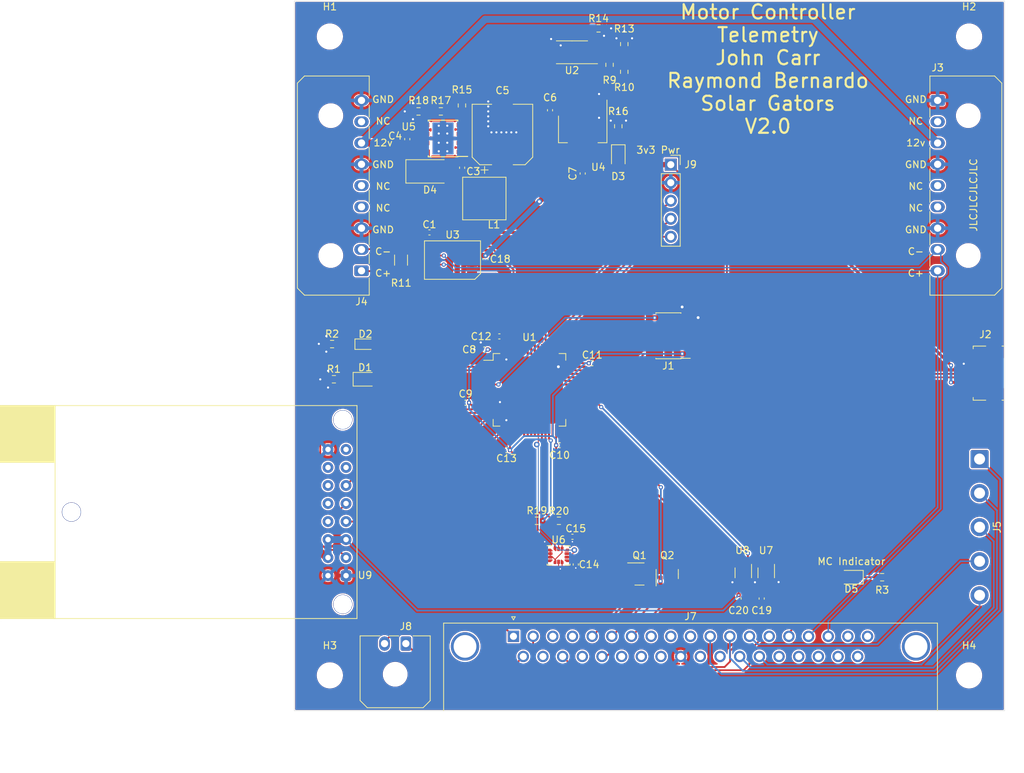
<source format=kicad_pcb>
(kicad_pcb (version 20211014) (generator pcbnew)
  (layers (0 "F.Cu" signal) (31 "B.Cu" signal) (34 "B.Paste" user) (35 "F.Paste" user) (36 "B.SilkS" user "B.Silkscreen") (37 "F.SilkS" user "F.Silkscreen") (38 "B.Mask" user) (39 "F.Mask" user) (44 "Edge.Cuts" user))
  (net 0 "")
  (net 1 "GND")
  (net 2 "+3V3")
  (net 3 "Net-(C3-Pad2)")
  (net 4 "Net-(C3-Pad1)")
  (net 5 "+12V")
  (net 6 "/5v_Reg")
  (net 7 "+5V")
  (net 8 "/Board_OK")
  (net 9 "Net-(D1-Pad1)")
  (net 10 "/Error")
  (net 11 "Net-(D2-Pad1)")
  (net 12 "Net-(D3-Pad1)")
  (net 13 "/Indicator+")
  (net 14 "Net-(D5-Pad1)")
  (net 15 "/NRST")
  (net 16 "/TCK")
  (net 17 "/TMS")
  (net 19 "/D+")
  (net 20 "/D-")
  (net 21 "/5v_USB")
  (net 22 "/CAN-")
  (net 23 "/CAN+")
  (net 24 "/Regen")
  (net 25 "/Accel")
  (net 26 "/Main+")
  (net 27 "/Eco-")
  (net 28 "/Eco+")
  (net 29 "/Main-")
  (net 30 "/PPS")
  (net 31 "/GPS_TxD")
  (net 32 "/GPS_RxD")
  (net 33 "/Eco_En")
  (net 34 "/PWR_STAT")
  (net 35 "/VSNS")
  (net 36 "Net-(R14-Pad1)")
  (net 37 "/VSENSE")
  (net 38 "Net-(R17-Pad2)")
  (net 39 "/SDA_IMU")
  (net 40 "/SCL_IMU")
  (net 41 "/TXD")
  (net 42 "/RXD")
  (net 43 "/Accel_CS")
  (net 44 "/Regen_CS")
  (net 45 "/DAC_MOSI")
  (net 46 "/DAC_SCK")
  (net 47 "/INT2_IMU")
  (net 48 "/RF_Tx")
  (net 49 "/RF_Rx")
  (net 50 "/RTS")
  (net 51 "/CTS")
  (net 52 "/Rev-")
  (net 53 "/Rev+")
  (net 54 "/Rev_En")
  (net 58 "unconnected-(J2-Pad6)")
  (net 65 "/Accel-")
  (net 66 "/Accel+")
  (net 67 "/Regen-")
  (net 71 "/MAP_GND")
  (net 72 "/MAP_Bit0")
  (net 73 "/MAP_Bit1")
  (net 74 "/Indicator-")
  (net 77 "/Regen+")
  (net 83 "/MAP_Bit2")
  (net 84 "/MAP_Bit3")
  (net 112 "/IMU_CS")
  (net 121 "/INT1_IMU")
  (footprint "Capacitor_SMD:C_0402_1005Metric" (layer "F.Cu") (at 94.025 92.6 180)
    (fp_text reference "C1")
    (fp_text value "100nF")
  )
  (footprint "Capacitor_SMD:C_0402_1005Metric" (layer "F.Cu") (at 98.625 83.485 90)
    (fp_text reference "C3")
    (fp_text value "0.01uF")
  )
  (footprint "Capacitor_SMD:C_0402_1005Metric" (layer "F.Cu") (at 90.9 79.455 90)
    (fp_text reference "C4")
    (fp_text value "100nF")
  )
  (footprint "Capacitor_SMD:CP_Elec_8x5.4" (layer "F.Cu") (at 104.3 78.8 90)
    (fp_text reference "C5")
    (fp_text value "220uF")
  )
  (footprint "Capacitor_SMD:C_0402_1005Metric" (layer "F.Cu") (at 111 75.385 -90)
    (fp_text reference "C6")
    (fp_text value "1uF")
  )
  (footprint "Capacitor_SMD:C_0402_1005Metric" (layer "F.Cu") (at 115.6 84.3 -90)
    (fp_text reference "C7")
    (fp_text value "1uF")
  )
  (footprint "Capacitor_SMD:C_0402_1005Metric" (layer "F.Cu") (at 101.75 109.1 180)
    (fp_text reference "C8")
    (fp_text value "10nF")
  )
  (footprint "Capacitor_SMD:C_0402_1005Metric" (layer "F.Cu") (at 99.1132 116.586 180)
    (fp_text reference "C9")
    (fp_text value "1uF")
  )
  (footprint "Capacitor_SMD:C_0402_1005Metric" (layer "F.Cu") (at 112.3442 122.5804)
    (fp_text reference "C10")
    (fp_text value "100nF")
  )
  (footprint "Capacitor_SMD:C_0402_1005Metric" (layer "F.Cu") (at 116.944 111.0234)
    (fp_text reference "C11")
    (fp_text value "100nF")
  )
  (footprint "Capacitor_SMD:C_0402_1005Metric" (layer "F.Cu") (at 104.8742 123.2662 180)
    (fp_text reference "C13")
    (fp_text value "4.7uF")
  )
  (footprint "Capacitor_SMD:C_0402_1005Metric" (layer "F.Cu") (at 101.91 96.345 -90)
    (fp_text reference "C18")
    (fp_text value "100nF")
  )
  (footprint "MountingHole:MountingHole_3.2mm_M3" (layer "F.Cu") (at 80 65)
    (fp_text reference "H1")
    (fp_text value "MountingHole")
  )
  (footprint "MountingHole:MountingHole_3.2mm_M3" (layer "F.Cu") (at 170 65)
    (fp_text reference "H2")
    (fp_text value "MountingHole")
  )
  (footprint "MountingHole:MountingHole_3.2mm_M3" (layer "F.Cu") (at 170 155)
    (fp_text reference "H4")
    (fp_text value "MountingHole")
  )
  (footprint "Connector_PinHeader_1.27mm:PinHeader_2x05_P1.27mm_Vertical_SMD" (layer "F.Cu") (at 127.6604 107.1626 180)
    (fp_text reference "J1")
    (fp_text value "Conn_ARM_JTAG_SWD_10")
  )
  (footprint "Connector_USB:USB_Micro-B_Molex_47346-0001" (layer "F.Cu") (at 172.29 112.42 90)
    (fp_text reference "J2")
    (fp_text value "USB_B_Micro")
  )
  (footprint "Connector_Molex:Molex_Micro-Fit_3.0_43650-0900_1x09_P3.00mm_Horizontal" (layer "F.Cu") (at 84.457 98 90)
    (fp_text reference "J4")
    (fp_text value "Main Connection")
  )
  (footprint "Connector_Molex:Molex_Micro-Fit_3.0_43650-0200_1x02_P3.00mm_Horizontal" (layer "F.Cu") (at 90.7 150.525 180)
    (fp_text reference "J8")
    (fp_text value "MC Enable")
  )
  (footprint "Connector_PinSocket_2.54mm:PinSocket_1x05_P2.54mm_Vertical" (layer "F.Cu") (at 128 83.05)
    (fp_text reference "J9")
    (fp_text value "GPS")
  )
  (footprint "Package_TO_SOT_SMD:SOT-23" (layer "F.Cu") (at 123.5964 140.716)
    (fp_text reference "Q1")
    (fp_text value "Q_NMOS_GDS")
  )
  (footprint "Resistor_SMD:R_0603_1608Metric" (layer "F.Cu") (at 119.38 68.9875 -90)
    (fp_text reference "R9")
    (fp_text value "10k")
  )
  (footprint "Resistor_SMD:R_1206_3216Metric_Pad1.30x1.75mm_HandSolder" (layer "F.Cu") (at 90.025 96.5 -90)
    (fp_text reference "R11")
    (fp_text value "120")
  )
  (footprint "Resistor_SMD:R_0603_1608Metric" (layer "F.Cu") (at 121.4536 66.0674 90)
    (fp_text reference "R13")
    (fp_text value "10k")
  )
  (footprint "Resistor_SMD:R_0603_1608Metric" (layer "F.Cu") (at 117.8275 63.85)
    (fp_text reference "R14")
    (fp_text value "220")
  )
  (footprint "Resistor_SMD:R_0603_1608Metric" (layer "F.Cu") (at 120.612 77.6394 90)
    (fp_text reference "R16")
    (fp_text value "1k")
  )
  (footprint "Resistor_SMD:R_0603_1608Metric" (layer "F.Cu") (at 95.6295 75.5496 180)
    (fp_text reference "R17")
    (fp_text value "2.2k")
  )
  (footprint "Resistor_SMD:R_0603_1608Metric" (layer "F.Cu") (at 92.4801 75.5496 180)
    (fp_text reference "R18")
    (fp_text value "1K")
  )
  (footprint "Package_QFP:LQFP-64_10x10mm_P0.5mm" (layer "F.Cu") (at 108.106 114.7724)
    (fp_text reference "U1")
    (fp_text value "STM32F072RBTx")
  )
  (footprint "JohnLib:SOIC-8" (layer "F.Cu") (at 97.26676 96.4946 90)
    (fp_text reference "U3")
    (fp_text value "TCAN1042xV")
  )
  (footprint "Package_SO:TI_SO-PowerPAD-8_ThermalVias" (layer "F.Cu") (at 95.9322 79.365 180)
    (fp_text reference "U5")
    (fp_text value "TPS5430DDA")
  )
  (footprint "Package_TO_SOT_SMD:SOT-363_SC-70-6_Handsoldering" (layer "F.Cu") (at 138.2118 140.5544 -90)
    (fp_text reference "U8")
    (fp_text value "LTC2630")
  )
  (footprint "JohnLib:RFD900x" (layer "F.Cu") (at 83.82 146.9898 90)
    (fp_text reference "U9")
    (fp_text value "RFD900x")
  )
  (footprint "Connector_Molex:Molex_Micro-Fit_3.0_43650-0900_1x09_P3.00mm_Horizontal" (layer "F.Cu") (at 165.57 74 -90)
    (fp_text reference "J3")
    (fp_text value "Main Connection")
  )
  (footprint "LED_SMD:LED_0805_2012Metric" (layer "F.Cu") (at 120.612 81.9347 -90)
    (fp_text reference "D3")
    (fp_text value "Brd_ON")
  )
  (footprint "Package_SO:TSSOP-8_4.4x3mm_P0.65mm" (layer "F.Cu") (at 114.09 67.22 180)
    (fp_text reference "U2")
    (fp_text value "TPS2113")
  )
  (footprint "Resistor_SMD:R_0603_1608Metric" (layer "F.Cu") (at 121.45 69.9725 90)
    (fp_text reference "R10")
    (fp_text value "10k")
  )
  (footprint "Package_TO_SOT_SMD:SOT-223-3_TabPin2" (layer "F.Cu") (at 115.6 78.05 -90)
    (fp_text reference "U4")
    (fp_text value "AMS1117-5.0")
  )
  (footprint "Resistor_SMD:R_0603_1608Metric" (layer "F.Cu") (at 80.5687 113.284)
    (fp_text reference "R1")
    (fp_text value "200")
  )
  (footprint "Resistor_SMD:R_0603_1608Metric" (layer "F.Cu") (at 80.3147 108.331)
    (fp_text reference "R2")
    (fp_text value "200")
  )
  (footprint "LED_SMD:LED_0603_1608Metric" (layer "F.Cu") (at 85.012801 108.346001)
    (fp_text reference "D2")
    (fp_text value "Error")
  )
  (footprint "LED_SMD:LED_0805_2012Metric" (layer "F.Cu") (at 84.9657 113.284)
    (fp_text reference "D1")
    (fp_text value "Board OK")
  )
  (footprint "Package_TO_SOT_SMD:SOT-363_SC-70-6_Handsoldering" (layer "F.Cu") (at 141.4376 140.5544 -90)
    (fp_text reference "U7")
    (fp_text value "LTC2630")
  )
  (footprint "LED_SMD:LED_0805_2012Metric" (layer "F.Cu") (at 153.4133 141.1732 180)
    (fp_text reference "D5")
    (fp_text value "Board OK")
  )
  (footprint "Resistor_SMD:R_0603_1608Metric" (layer "F.Cu") (at 157.7595 141.1732 180)
    (fp_text reference "R3")
    (fp_text value "200")
  )
  (footprint "Package_TO_SOT_SMD:SOT-23" (layer "F.Cu") (at 127.5 140.7254 90)
    (fp_text reference "Q2")
    (fp_text value "Q_NMOS_GDS")
  )
  (footprint "MountingHole:MountingHole_3.2mm_M3" (layer "F.Cu") (at 80 155)
    (fp_text reference "H3")
    (fp_text value "MountingHole")
  )
  (footprint "Diode_SMD:D_SMA" (layer "F.Cu") (at 94.1 84)
    (fp_text reference "D4")
    (fp_text value "SS54")
  )
  (footprint "JohnLib:L_Panasonic_YFP" (layer "F.Cu") (at 104.1 87.82 180)
    (fp_text reference "L1")
    (fp_text value "22uH")
  )
  (footprint "Capacitor_SMD:C_0402_1005Metric" (layer "F.Cu") (at 103.865 107.25 180)
    (fp_text reference "C12")
    (fp_text value "100nF")
  )
  (footprint "Resistor_SMD:R_0603_1608Metric" (layer "F.Cu") (at 98.6 74.7125 -90)
    (fp_text reference "R15")
    (fp_text value "10k")
  )
  (footprint "Connector_Dsub:DSUB-37_Male_Horizontal_P2.77x2.84mm_EdgePinOffset7.70mm_Housed_MountingHolesOffset9.12mm" (layer "F.Cu") (at 105.85 149.5)
    (fp_text reference "J7")
    (fp_text value "DB37_Male_MountingHoles")
  )
  (footprint "Resistor_SMD:R_0603_1608Metric" (layer "F.Cu") (at 112.25 133.22 180)
    (fp_text reference "R20")
    (fp_text value "2.2k")
  )
  (footprint "Capacitor_SMD:C_0402_1005Metric" (layer "F.Cu") (at 140.8 144.18 -90)
    (fp_text reference "C19")
    (fp_text value "100nF")
  )
  (footprint "Capacitor_SMD:C_0402_1005Metric" (layer "F.Cu") (at 137.55 144.17 -90)
    (fp_text reference "C20")
    (fp_text value "100nF")
  )
  (footprint "Capacitor_SMD:C_0402_1005Metric" (layer "F.Cu") (at 114.625 139.38 90)
    (fp_text reference "C14")
    (fp_text value "10nF")
  )
  (footprint "Capacitor_SMD:C_0402_1005Metric" (layer "F.Cu") (at 114.155 135.475)
    (fp_text reference "C15")
    (fp_text value "100nF")
  )
  (footprint "Package_LGA:LGA-14_3x2.5mm_P0.5mm_LayoutBorder3x4y" (layer "F.Cu") (at 112.2 138.1)
    (fp_text reference "U6")
    (fp_text value "LSM6DS3")
  )
  (footprint "Resistor_SMD:R_0603_1608Metric" (layer "F.Cu") (at 109.15 133.22)
    (fp_text reference "R19")
    (fp_text value "2.2k")
  )
  (footprint "Connector_Wire:SolderWire-0.75sqmm_1x05_P4.8mm_D1.25mm_OD2.3mm" (layer "F.Cu") (at 171.475 124.525 -90)
    (fp_text reference "J5")
    (fp_text value "Conn_01x05")
  )
  (gr_line (start 175 160) (end 75 160) (layer "Edge.Cuts") (width 0.05))
  (gr_line (start 75 160) (end 75 60) (layer "Edge.Cuts") (width 0.05))
  (gr_line (start 175 60) (end 175 160) (layer "Edge.Cuts") (width 0.05))
  (gr_line (start 75 60) (end 175 60) (layer "Edge.Cuts") (width 0.05))
  (gr_text "GND\n\nNC\n\n12v\n\nGND\n\nNC\n\nNC\n\nGND\n\nC-\n\nC+\n" (at 162.5 86.1) (layer "F.SilkS") (effects (font (size 0.95 1))))
  (gr_text "MC Indicator" (at 153.43 138.95) (layer "F.SilkS") (effects (font (size 1 1))))
  (gr_text "JLCJLCJLCJLC" (at 170.625 87.325 90) (layer "F.SilkS") (effects (font (size 1 1))))
  (gr_text "GND\n\nNC\n\n12v\n\nGND\n\nNC\n\nNC\n\nGND\n\nC-\n\nC+\n" (at 87.5 86.1) (layer "F.SilkS") (effects (font (size 0.95 1))))
  (gr_text "3v3 Pwr" (at 126.22 80.99) (layer "F.SilkS") (effects (font (size 1 1))))
  (gr_text "Motor Controller\nTelemetry\nJohn Carr\nRaymond Bernardo\nSolar Gators\nV2.0" (at 141.675 69.6) (layer "F.SilkS") (effects (font (size 2 2) (thickness 0.3))))
  (segment (start 112.7 139.75) (end 112.7 139.0125) (width 0.127) (layer "F.Cu") (net 1))
  (segment (start 112.2 139.75) (end 112.45 140) (width 0.127) (layer "F.Cu") (net 1))
  (segment (start 112.45 140) (end 112.7 139.75) (width 0.127) (layer "F.Cu") (net 1))
  (segment (start 112.2 139.0125) (end 112.2 139.75) (width 0.127) (layer "F.Cu") (net 1))
  (via (at 131.85 104.6) (size 0.8) (drill 0.4) (layers "F.Cu" "B.Cu") (net 1))
  (via (at 104.85 119.05) (size 0.6) (drill 0.3) (layers "F.Cu" "B.Cu") (net 1))
  (via (at 102.3 74.85) (size 0.6) (drill 0.3) (layers "F.Cu" "B.Cu") (net 1))
  (via (at 120.35 65.25) (size 0.6) (drill 0.3) (layers "F.Cu" "B.Cu") (net 1))
  (via (at 112.175 111.525) (size 0.8) (drill 0.4) (layers "F.Cu" "B.Cu") (net 1))
  (via (at 169.25 111.1) (size 0.6) (drill 0.3) (layers "F.Cu" "B.Cu") (net 1))
  (via (at 110.25 136.175) (size 0.4) (drill 0.2) (layers "F.Cu" "B.Cu") (net 1))
  (via (at 102.75 78.5) (size 0.6) (drill 0.3) (layers "F.Cu" "B.Cu") (net 1))
  (via (at 143.1798 141.859) (size 0.6) (drill 0.3) (layers "F.Cu" "B.Cu") (net 1))
  (via (at 102.3 74.15) (size 0.6) (drill 0.3) (layers "F.Cu" "B.Cu") (net 1))
  (via (at 122.55 65.25) (size 0.6) (drill 0.3) (layers "F.Cu" "B.Cu") (net 1))
  (via (at 112.5 66.25) (size 0.6) (drill 0.3) (layers "F.Cu" "B.Cu") (net 1))
  (via (at 112.45 140) (size 0.4) (drill 0.2) (layers "F.Cu" "B.Cu") (net 1))
  (via (at 105.55 78.5) (size 0.6) (drill 0.3) (layers "F.Cu" "B.Cu") (net 1))
  (via (at 136.6774 141.8844) (size 0.6) (drill 0.3) (layers "F.Cu" "B.Cu") (net 1))
  (via (at 101.25 108.1) (size 0.6) (drill 0.3) (layers "F.Cu" "B.Cu") (net 1))
  (via (at 129.6 103.1) (size 0.8) (drill 0.4) (layers "F.Cu" "B.Cu") (net 1))
  (via (at 100.35 109.1) (size 0.6) (drill 0.3) (layers "F.Cu" "B.Cu") (net 1))
  (via (at 102.3 75.55) (size 0.6) (drill 0.3) (layers "F.Cu" "B.Cu") (net 1))
  (via (at 90.55 75.55) (size 0.6) (drill 0.3) (layers "F.Cu" "B.Cu") (net 1))
  (via (at 139.8524 141.8844) (size 0.6) (drill 0.3) (layers "F.Cu" "B.Cu") (net 1))
  (via (at 102.3 77.65) (size 0.6) (drill 0.3) (layers "F.Cu" "B.Cu") (net 1))
  (via (at 102.3 76.95) (size 0.6) (drill 0.3) (layers "F.Cu" "B.Cu") (net 1))
  (via (at 104.15 78.5) (size 0.6) (drill 0.3) (layers "F.Cu" "B.Cu") (net 1))
  (via (at 119.55 76.85) (size 0.6) (drill 0.3) (layers "F.Cu" "B.Cu") (net 1))
  (via (at 121.7 76.85) (size 0.6) (drill 0.3) (layers "F.Cu" "B.Cu") (net 1))
  (via (at 78.65 113.3) (size 0.6) (drill 0.3) (layers "F.Cu" "B.Cu") (net 1))
  (via (at 111.15 65.35) (size 0.6) (drill 0.3) (layers "F.Cu" "B.Cu") (net 1))
  (via (at 113.9 134.725) (size 0.4) (drill 0.2) (layers "F.Cu" "B.Cu") (net 1))
  (via (at 79.5 109.4) (size 0.6) (drill 0.3) (layers "F.Cu" "B.Cu") (net 1))
  (via (at 117.9 73.1) (size 0.6) (drill 0.3) (layers "F.Cu" "B.Cu") (net 1))
  (via (at 78.45 108.3) (size 0.6) (drill 0.3) (layers "F.Cu" "B.Cu") (net 1))
  (via (at 117.9 76.45) (size 0.6) (drill 0.3) (layers "F.Cu" "B.Cu") (net 1))
  (via (at 114.15 136.175) (size 0.4) (drill 0.2) (layers "F.Cu" "B.Cu") (net 1))
  (via (at 104.85 110.5) (size 0.6) (drill 0.3) (layers "F.Cu" "B.Cu") (net 1))
  (via (at 103.45 78.5) (size 0.6) (drill 0.3) (layers "F.Cu" "B.Cu") (net 1))
  (via (at 114.625 139.875) (size 0.4) (drill 0.2) (layers "F.Cu" "B.Cu") (net 1))
  (via (at 102.3 76.25) (size 0.6) (drill 0.3) (layers "F.Cu" "B.Cu") (net 1))
  (via (at 120.6 75.65) (size 0.6) (drill 0.3) (layers "F.Cu" "B.Cu") (net 1))
  (via (at 106.25 78.5) (size 0.6) (drill 0.3) (layers "F.Cu" "B.Cu") (net 1))
  (via (at 79.75 112.1) (size 0.6) (drill 0.3) (layers "F.Cu" "B.Cu") (net 1))
  (via (at 118.6 64.9) (size 0.6) (drill 0.3) (layers "F.Cu" "B.Cu") (net 1))
  (via (at 79.5 107.2) (size 0.6) (drill 0.3) (layers "F.Cu" "B.Cu") (net 1))
  (via (at 91.7 74.4) (size 0.6) (drill 0.3) (layers "F.Cu" "B.Cu") (net 1))
  (via (at 119.6 63.85) (size 0.6) (drill 0.3) (layers "F.Cu" "B.Cu") (net 1))
  (via (at 91.7 76.65) (size 0.6) (drill 0.3) (layers "F.Cu" "B.Cu") (net 1))
  (via (at 104.85 78.5) (size 0.6) (drill 0.3) (layers "F.Cu" "B.Cu") (net 1))
  (via (at 79.75 114.45) (size 0.6) (drill 0.3) (layers "F.Cu" "B.Cu") (net 1))
  (via (at 121.45 64.25) (size 0.6) (drill 0.3) (layers "F.Cu" "B.Cu") (net 1))
  (via (at 103.95 116.5) (size 0.6) (drill 0.3) (layers "F.Cu" "B.Cu") (net 1))
  (segment (start 105.3592 123.2662) (end 105.3592 120.4506) (width 0.25) (layer "F.Cu") (net 2))
  (segment (start 111.8592 122.5804) (end 111.8592 120.4506) (width 0.25) (layer "F.Cu") (net 2))
  (segment (start 111.7 138.671968) (end 111.378032 138.35) (width 0.127) (layer "F.Cu") (net 2))
  (segment (start 108.325 133.22) (end 108.325 126.232) (width 0.25) (layer "F.Cu") (net 2))
  (segment (start 102.431 117.0224) (end 100.03462 117.0224) (width 0.25) (layer "F.Cu") (net 2))
  (segment (start 114.545 133.22) (end 115.55 134.225) (width 0.25) (layer "F.Cu") (net 2))
  (segment (start 113.3625 138.85) (end 114.575 138.85) (width 0.127) (layer "F.Cu") (net 2))
  (segment (start 115.55 134.225) (end 115.55 137.975) (width 0.25) (layer "F.Cu") (net 2))
  (segment (start 111.8592 122.5804) (end 111.8592 132.0042) (width 0.25) (layer "F.Cu") (net 2))
  (segment (start 111.7 138.686613) (end 112.7 137.686613) (width 0.127) (layer "F.Cu") (net 2))
  (segment (start 115.6 74.9) (end 115.6 81.2) (width 0.75) (layer "F.Cu") (net 2))
  (segment (start 113.075 134.875) (end 113.075 133.22) (width 0.127) (layer "F.Cu") (net 2))
  (segment (start 115.6 83.815) (end 115.6 81.2) (width 0.75) (layer "F.Cu") (net 2))
  (segment (start 104.356 109.0974) (end 102.2376 109.0974) (width 0.25) (layer "F.Cu") (net 2))
  (segment (start 113.075 133.22) (end 114.545 133.22) (width 0.25) (layer "F.Cu") (net 2))
  (segment (start 135.905001 104.237999) (end 130.4404 109.7026) (width 0.25) (layer "F.Cu") (net 2))
  (segment (start 111.378032 138.35) (end 111.0375 138.35) (width 0.127) (layer "F.Cu") (net 2))
  (segment (start 111.8592 132.0042) (end 113.075 133.22) (width 0.25) (layer "F.Cu") (net 2))
  (segment (start 135.905001 90.955001) (end 135.905001 104.237999) (width 0.25) (layer "F.Cu") (net 2))
  (segment (start 120.7648 83.05) (end 120.612 82.8972) (width 0.75) (layer "F.Cu") (net 2))
  (segment (start 112.6952 92.6) (end 120.612 84.6832) (width 0.4) (layer "F.Cu") (net 2))
  (segment (start 111.0375 137.85) (end 111.0375 138.35) (width 0.127) (layer "F.Cu") (net 2))
  (segment (start 114.575 138.85) (end 114.625 138.9) (width 0.127) (layer "F.Cu") (net 2))
  (segment (start 113.675 135.475) (end 113.075 134.875) (width 0.127) (layer "F.Cu") (net 2))
  (segment (start 111.7 139.0125) (end 111.7 138.671968) (width 0.127) (layer "F.Cu") (net 2))
  (segment (start 108.325 126.232) (end 105.3592 123.2662) (width 0.25) (layer "F.Cu") (net 2))
  (segment (start 112.7 137.686613) (end 112.7 137.1875) (width 0.127) (layer "F.Cu") (net 2))
  (segment (start 100.03462 117.0224) (end 99.5982 116.58598) (width 0.25) (layer "F.Cu") (net 2))
  (segment (start 113.675 135.475) (end 112.7 136.45) (width 0.127) (layer "F.Cu") (net 2))
  (segment (start 94.51676 94.5896) (end 94.51676 92.60676) (width 0.25) (layer "F.Cu") (net 2))
  (segment (start 94.51 92.6) (end 112.6952 92.6) (width 0.4) (layer "F.Cu") (net 2))
  (segment (start 128 83.05) (end 120.7648 83.05) (width 0.75) (layer "F.Cu") (net 2))
  (segment (start 120.612 84.6832) (end 120.612 82.8972) (width 0.4) (layer "F.Cu") (net 2))
  (segment (start 119.6942 83.815) (end 120.612 82.8972) (width 0.75) (layer "F.Cu") (net 2))
  (segment (start 128 83.05) (end 135.905001 90.955001) (width 0.25) (layer "F.Cu") (net 2))
  (segment (start 113.781 111.0224) (end 116.458 111.0224) (width 0.25) (layer "F.Cu") (net 2))
  (segment (start 104.35 107.25) (end 104.35 109.0914) (width 0.25) (layer "F.Cu") (net 2))
  (segment (start 111.0375 137.35) (end 111.0375 137.85) (width 0.127) (layer "F.Cu") (net 2))
  (segment (start 112.7 136.45) (end 112.7 137.1875) (width 0.127) (layer "F.Cu") (net 2))
  (segment (start 115.6 83.815) (end 119.6942 83.815) (width 0.75) (layer "F.Cu") (net 2))
  (segment (start 115.55 137.975) (end 114.625 138.9) (width 0.25) (layer "F.Cu") (net 2))
  (via (at 105.3592 123.2662) (size 0.6) (drill 0.3) (layers "F.Cu" "B.Cu") (net 2))
  (via (at 111.8592 122.5804) (size 0.6) (drill 0.3) (layers "F.Cu" "B.Cu") (net 2))
  (via (at 102.235 109.1) (size 0.6) (drill 0.3) (layers "F.Cu" "B.Cu") (net 2))
  (via (at 116.459 111.0234) (size 0.6) (drill 0.3) (layers "F.Cu" "B.Cu") (net 2))
  (via (at 99.5982 116.58598) (size 0.6) (drill 0.3) (layers "F.Cu" "B.Cu") (net 2))
  (via (at 129.6104 109.7026) (size 0.6) (drill 0.3) (layers "F.Cu" "B.Cu") (net 2))
  (segment (start 129.6104 109.7026) (end 117.7798 109.7026) (width 0.25) (layer "B.Cu") (net 2))
  (segment (start 99.5982 117.5052) (end 99.5982 116.58598) (width 0.25) (layer "B.Cu") (net 2))
  (segment (start 107.330401 121.294999) (end 105.3592 123.2662) (width 0.25) (layer "B.Cu") (net 2))
  (segment (start 111.8592 122.5804) (end 111.8592 121.754598) (width 0.25) (layer "B.Cu") (net 2))
  (segment (start 99.5982 111.7368) (end 99.5982 116.58598) (width 0.25) (layer "B.Cu") (net 2))
  (segment (start 111.399601 121.294999) (end 111.399601 115.57498) (width 0.25) (layer "B.Cu") (net 2))
  (segment (start 111.399601 121.294999) (end 107.330401 121.294999) (width 0.25) (layer "B.Cu") (net 2))
  (segment (start 117.7798 109.7026) (end 116.459 111.0234) (width 0.25) (layer "B.Cu") (net 2))
  (segment (start 105.3592 123.2662) (end 99.5982 117.5052) (width 0.25) (layer "B.Cu") (net 2))
  (segment (start 111.399601 115.57498) (end 115.951181 111.0234) (width 0.25) (layer "B.Cu") (net 2))
  (segment (start 111.8592 121.754598) (end 111.399601 121.294999) (width 0.25) (layer "B.Cu") (net 2))
  (segment (start 115.951181 111.0234) (end 116.459 111.0234) (width 0.25) (layer "B.Cu") (net 2))
  (segment (start 102.235 109.1) (end 99.5982 111.7368) (width 0.25) (layer "B.Cu") (net 2))
  (segment (start 98.625 83) (end 98.625 81.2772) (width 0.25) (layer "F.Cu") (net 3))
  (segment (start 90.89 80) (end 93.2322 80) (width 1) (layer "F.Cu") (net 5))
  (segment (start 84.457 80) (end 90.89 80) (width 1) (layer "F.Cu") (net 5))
  (segment (start 101.85 62.575) (end 148.15 62.575) (width 1) (layer "B.Cu") (net 5))
  (segment (start 84.457 79.968) (end 101.85 62.575) (width 1) (layer "B.Cu") (net 5))
  (segment (start 148.15 62.575) (end 165.57 79.995) (width 1) (layer "B.Cu") (net 5))
  (segment (start 108 68.3) (end 109.405 66.895) (width 0.4) (layer "F.Cu") (net 6))
  (segment (start 109.405 66.895) (end 111.14 66.895) (width 0.4) (layer "F.Cu") (net 6))
  (segment (start 98.6 73.925) (end 101 76.325) (width 0.4) (layer "F.Cu") (net 6))
  (segment (start 104.3 81.6) (end 108 77.9) (width 0.4) (layer "F.Cu") (net 6))
  (segment (start 101 78.3) (end 104.3 81.6) (width 0.4) (layer "F.Cu") (net 6))
  (segment (start 101 76.325) (end 101 78.3) (width 0.4) (layer "F.Cu") (net 6))
  (segment (start 108 77.9) (end 108 68.3) (width 0.4) (layer "F.Cu") (net 6))
  (segment (start 79.504498 138.4098) (end 77.08 135.985302) (width 1) (layer "F.Cu") (net 7))
  (segment (start 111 74.9) (end 113.3 74.9) (width 0.4) (layer "F.Cu") (net 7))
  (segment (start 113.124999 76.825001) (end 113.124999 84.625001) (width 0.75) (layer "F.Cu") (net 7))
  (segment (start 78.8 105.26) (end 77.08 106.98) (width 0.75) (layer "F.Cu") (net 7))
  (segment (start 111.14 67.545) (end 110.014999 67.545001) (width 0.4) (layer "F.Cu") (net 7))
  (segment (start 110.014999 67.545001) (end 110.014999 71.614999) (width 0.4) (layer "F.Cu") (net 7))
  (segment (start 97.01 105.26) (end 78.8 105.26) (width 0.75) (layer "F.Cu") (net 7))
  (segment (start 97.93 104.34) (end 97.93 96.51) (width 0.75) (layer "F.Cu") (net 7))
  (segment (start 100.01676 95.8596) (end 101.9096 95.8596) (width 0.75) (layer "F.Cu") (net 7))
  (segment (start 113.3 74.9) (end 113.3 76.65) (width 0.75) (layer "F.Cu") (net 7))
  (segment (start 140.631599 140.809399) (end 140.7876 140.9654) (width 0.25) (layer "F.Cu") (net 7))
  (segment (start 137.751799 140.809399) (end 140.631599 140.809399) (width 0.25) (layer "F.Cu") (net 7))
  (segment (start 113.3 76.65) (end 113.124999 76.825001) (width 0.75) (layer "F.Cu") (net 7))
  (segment (start 140.7876 141.8844) (end 140.7876 143.6876) (width 0.25) (layer "F.Cu") (net 7))
  (segment (start 115.665 69.775) (end 119.38 69.775) (width 0.25) (layer "F.Cu") (net 7))
  (segment (start 137.5618 140.999398) (end 137.751799 140.809399) (width 0.25) (layer "F.Cu") (net 7))
  (segment (start 113.435 67.545) (end 115.665 69.775) (width 0.25) (layer "F.Cu") (net 7))
  (segment (start 77.08 135.985302) (end 77.08 106.98) (width 1) (layer "F.Cu") (net 7))
  (segment (start 110.014999 71.614999) (end 113.3 74.9) (width 0.4) (layer "F.Cu") (net 7))
  (segment (start 113.124999 84.625001) (end 109.5 88.25) (width 0.75) (layer "F.Cu") (net 7))
  (segment (start 98.5804 95.8596) (end 100.01676 95.8596) (width 0.75) (layer "F.Cu") (net 7))
  (segment (start 137.55 143.7) (end 137.55 141.8962) (width 0.25) (layer "F.Cu") (net 7))
  (segment (start 111.14 67.545) (end 113.435 67.545) (width 0.25) (layer "F.Cu") (net 7))
  (segment (start 137.5618 141.8844) (end 137.5618 140.999398) (width 0.25) (layer "F.Cu") (net 7))
  (segment (start 140.7876 140.9654) (end 140.7876 141.8844) (width 0.25) (layer "F.Cu") (net 7))
  (segment (start 97.01 105.26) (end 97.93 104.34) (width 0.75) (layer "F.Cu") (net 7))
  (segment (start 97.93 96.51) (end 98.5804 95.8596) (width 0.75) (layer "F.Cu") (net 7))
  (via (at 137.55 143.7) (size 0.4) (drill 0.2) (layers "F.Cu" "B.Cu") (net 7))
  (via (at 101.91 95.86) (size 0.6) (drill 0.3) (layers "F.Cu" "B.Cu") (net 7))
  (via (at 109.5 88.25) (size 0.8) (drill 0.4) (layers "F.Cu" "B.Cu") (net 7))
  (segment (start 79.74 135.8698) (end 82.28 135.8698) (width 1) (layer "B.Cu") (net 7))
  (segment (start 79.74 138.4098) (end 79.74 135.8698) (width 1) (layer "B.Cu") (net 7))
  (segment (start 101.91 95.86) (end 101.91 95.84) (width 0.25) (layer "B.Cu") (net 7))
  (segment (start 137.55 143.7) (end 135.375 145.875) (width 0.25) (layer "B.Cu") (net 7))
  (segment (start 92.2852 145.875) (end 82.28 135.8698) (width 0.25) (layer "B.Cu") (net 7))
  (segment (start 101.91 95.84) (end 109.5 88.25) (width 0.75) (layer "B.Cu") (net 7))
  (segment (start 135.375 145.875) (end 92.2852 145.875) (width 0.25) (layer "B.Cu") (net 7))
  (segment (start 87.1898 112.0224) (end 85.9282 113.284) (width 0.25) (layer "F.Cu") (net 8))
  (segment (start 102.431 112.0224) (end 87.1898 112.0224) (width 0.25) (layer "F.Cu") (net 8))
  (segment (start 81.3562 113.284) (end 84.0032 113.284) (width 0.25) (layer "F.Cu") (net 9))
  (segment (start 89.0017 111.5224) (end 102.431 111.5224) (width 0.25) (layer "F.Cu") (net 10))
  (segment (start 85.825301 108.346001) (end 89.0017 111.5224) (width 0.25) (layer "F.Cu") (net 10))
  (segment (start 81.1022 108.331) (end 84.1853 108.331) (width 0.25) (layer "F.Cu") (net 11))
  (segment (start 120.612 78.4269) (end 120.612 80.9722) (width 0.25) (layer "F.Cu") (net 12))
  (segment (start 152.4508 141.1732) (end 144.63 148.994) (width 0.25) (layer "F.Cu") (net 13))
  (segment (start 154.3758 141.1732) (end 156.972 141.1732) (width 0.25) (layer "F.Cu") (net 14))
  (segment (start 103.7336 114.0206) (end 102.4328 114.0206) (width 0.25) (layer "F.Cu") (net 15))
  (via (at 103.7336 114.0206) (size 0.6) (drill 0.3) (layers "F.Cu" "B.Cu") (net 15))
  (via (at 125.73 104.6226) (size 0.6) (drill 0.3) (layers "F.Cu" "B.Cu") (net 15))
  (segment (start 113.1316 104.6226) (end 103.7336 114.0206) (width 0.25) (layer "B.Cu") (net 15))
  (segment (start 125.73 104.6226) (end 113.1316 104.6226) (width 0.25) (layer "B.Cu") (net 15))
  (segment (start 112.5208 108.4326) (end 111.856 109.0974) (width 0.25) (layer "F.Cu") (net 16))
  (segment (start 125.7104 108.4326) (end 112.5208 108.4326) (width 0.25) (layer "F.Cu") (net 16))
  (segment (start 125.7104 109.7026) (end 124.2604 109.7026) (width 0.25) (layer "F.Cu") (net 17))
  (segment (start 113.781 112.0224) (end 121.9406 112.0224) (width 0.25) (layer "F.Cu") (net 17))
  (segment (start 124.2604 109.7026) (end 121.9406 112.0224) (width 0.25) (layer "F.Cu") (net 17))
  (segment (start 169.877598 112.5224) (end 169.879999 112.519999) (width 0.25) (layer "F.Cu") (net 19))
  (segment (start 169.879999 112.519999) (end 170.730001 112.519999) (width 0.25) (layer "F.Cu") (net 19))
  (segment (start 113.781 112.5224) (end 169.877598 112.5224) (width 0.25) (layer "F.Cu") (net 19))
  (segment (start 170.7824 113.0224) (end 113.781 113.0224) (width 0.25) (layer "F.Cu") (net 20))
  (segment (start 111.14 68.82) (end 113.08 70.76) (width 0.4) (layer "F.Cu") (net 21))
  (segment (start 167.45 113.725) (end 170.825 113.725) (width 0.4) (layer "F.Cu") (net 21))
  (segment (start 111.14 68.195) (end 111.14 68.82) (width 0.4) (layer "F.Cu") (net 21))
  (segment (start 121.45 70.76) (end 126.885 70.76) (width 0.4) (layer "F.Cu") (net 21))
  (segment (start 113.08 70.76) (end 121.45 70.76) (width 0.4) (layer "F.Cu") (net 21))
  (segment (start 126.885 70.76) (end 167.45 111.325) (width 0.4) (layer "F.Cu") (net 21))
  (via (at 167.45 111.325) (size 0.6) (drill 0.3) (layers "F.Cu" "B.Cu") (net 21))
  (via (at 167.45 113.725) (size 0.6) (drill 0.3) (layers "F.Cu" "B.Cu") (net 21))
  (segment (start 167.45 111.325) (end 167.45 113.725) (width 0.4) (layer "B.Cu") (net 21))
  (segment (start 92.07394 94.95) (end 92.98354 95.8596) (width 0.25) (layer "F.Cu") (net 22))
  (segment (start 84.457 94.99908) (end 84.50608 94.95) (width 0.25) (layer "F.Cu") (net 22))
  (segment (start 84.50608 94.95) (end 90.025 94.95) (width 0.25) (layer "F.Cu") (net 22))
  (segment (start 90.025 94.95) (end 92.07394 94.95) (width 0.25) (layer "F.Cu") (net 22))
  (segment (start 92.98354 95.8596) (end 94.51676 95.8596) (width 0.25) (layer "F.Cu") (net 22))
  (segment (start 96.0396 95.8596) (end 96.04 95.86) (width 0.25) (layer "F.Cu") (net 22))
  (segment (start 94.51676 95.8596) (end 96.0396 95.8596) (width 0.25) (layer "F.Cu") (net 22))
  (via (at 96.04 95.86) (size 0.6) (drill 0.3) (layers "F.Cu" "B.Cu") (net 22))
  (segment (start 150.17 147.366397) (end 166.02 131.516397) (width 0.2) (layer "B.Cu") (net 22))
  (segment (start 166.88001 98.434928) (end 166.88001 97.565072) (width 0.2) (layer "B.Cu") (net 22))
  (segment (start 166.02 131.516397) (end 166.02 99.294938) (width 0.2) (layer "B.Cu") (net 22))
  (segment (start 163.02 97.55) (end 97.73 97.55) (width 0.2) (layer "B.Cu") (net 22))
  (segment (start 166.02 99.294938) (end 166.88001 98.434928) (width 0.2) (layer "B.Cu") (net 22))
  (segment (start 165.57 95) (end 163.02 97.55) (width 0.2) (layer "B.Cu") (net 22))
  (segment (start 166.88001 97.565072) (end 166.02 96.705062) (width 0.2) (layer "B.Cu") (net 22))
  (segment (start 97.73 97.55) (end 96.04 95.86) (width 0.2) (layer "B.Cu") (net 22))
  (segment (start 150.17 149.5) (end 150.17 147.366397) (width 0.2) (layer "B.Cu") (net 22))
  (segment (start 166.02 96.705062) (end 166.02 95.45) (width 0.2) (layer "B.Cu") (net 22))
  (segment (start 84.457 98) (end 84.507 98.05) (width 0.25) (layer "F.Cu") (net 23))
  (segment (start 94.51676 97.1296) (end 96.0296 97.1296) (width 0.25) (layer "F.Cu") (net 23))
  (segment (start 84.507 98.05) (end 90.025 98.05) (width 0.25) (layer "F.Cu") (net 23))
  (segment (start 96.0296 97.1296) (end 96.03 97.13) (width 0.25) (layer "F.Cu") (net 23))
  (segment (start 93.02418 97.1296) (end 92.10378 98.05) (width 0.25) (layer "F.Cu") (net 23))
  (segment (start 94.51676 97.1296) (end 93.02418 97.1296) (width 0.25) (layer "F.Cu") (net 23))
  (segment (start 92.10378 98.05) (end 90.025 98.05) (width 0.25) (layer "F.Cu") (net 23))
  (via (at 96.03 97.13) (size 0.6) (drill 0.3) (layers "F.Cu" "B.Cu") (net 23))
  (segment (start 97.543603 98) (end 96.673603 97.13) (width 0.2) (layer "B.Cu") (net 23))
  (segment (start 96.673603 97.13) (end 96.03 97.13) (width 0.2) (layer "B.Cu") (net 23))
  (segment (start 165.57 131.33) (end 165.57 98.45) (width 0.2) (layer "B.Cu") (net 23))
  (segment (start 165.57 98) (end 97.543603 98) (width 0.2) (layer "B.Cu") (net 23))
  (segment (start 147.4 149.5) (end 165.57 131.33) (width 0.2) (layer "B.Cu") (net 23))
  (segment (start 135.575 153.825) (end 114.26 153.825) (width 0.25) (layer "F.Cu") (net 24))
  (segment (start 112.775 152.34) (end 114.26 153.825) (width 0.25) (layer "F.Cu") (net 24))
  (segment (start 138.8618 147.4632) (end 137.725 148.6) (width 0.25) (layer "F.Cu") (net 24))
  (segment (start 136.35 151.55) (end 136.35 153.05) (width 0.25) (layer "F.Cu") (net 24))
  (segment (start 138.8618 141.8844) (end 138.8618 147.4632) (width 0.25) (layer "F.Cu") (net 24))
  (segment (start 136.35 153.05) (end 135.575 153.825) (width 0.25) (layer "F.Cu") (net 24))
  (segment (start 137.725 148.6) (end 137.725 150.175) (width 0.25) (layer "F.Cu") (net 24))
  (segment (start 137.725 150.175) (end 136.35 151.55) (width 0.25) (layer "F.Cu") (net 24))
  (segment (start 139.075 151.525) (end 139.075 153.45) (width 0.25) (layer "F.Cu") (net 25))
  (segment (start 139.075 153.45) (end 138.25048 154.27452) (width 0.25) (layer "F.Cu") (net 25))
  (segment (start 142.0876 147.4874) (end 140.475 149.1) (width 0.25) (layer "F.Cu") (net 25))
  (segment (start 109.27452 154.27452) (end 108.62 153.62) (width 0.25) (layer "F.Cu") (net 25))
  (segment (start 140.475 149.1) (end 140.475 150.125) (width 0.25) (layer "F.Cu") (net 25))
  (segment (start 142.0876 141.8844) (end 142.0876 147.4874) (width 0.25) (layer "F.Cu") (net 25))
  (segment (start 108.62 153.62) (end 108.62 149.5) (width 0.25) (layer "F.Cu") (net 25))
  (segment (start 140.475 150.125) (end 139.075 151.525) (width 0.25) (layer "F.Cu") (net 25))
  (segment (start 138.25048 154.27452) (end 109.27452 154.27452) (width 0.25) (layer "F.Cu") (net 25))
  (segment (start 106 153.575) (end 107.235 152.34) (width 0.25) (layer "F.Cu") (net 26))
  (segment (start 90.7 150.525) (end 93.75 153.575) (width 0.25) (layer "F.Cu") (net 26))
  (segment (start 93.75 153.575) (end 106 153.575) (width 0.25) (layer "F.Cu") (net 26))
  (segment (start 124.5964 144.6036) (end 124.5964 140.716) (width 0.25) (layer "F.Cu") (net 27))
  (segment (start 119.7 149.5) (end 124.5964 144.6036) (width 0.25) (layer "F.Cu") (net 27))
  (segment (start 122.5964 143.8336) (end 116.93 149.5) (width 0.25) (layer "F.Cu") (net 28))
  (segment (start 122.5964 141.666) (end 122.5964 143.8336) (width 0.25) (layer "F.Cu") (net 28))
  (segment (start 89.370001 148.594999) (end 104.944999 148.594999) (width 0.25) (layer "F.Cu") (net 29))
  (segment (start 104.944999 148.594999) (end 105.85 149.5) (width 0.25) (layer "F.Cu") (net 29))
  (segment (start 87.7 150.265) (end 89.370001 148.594999) (width 0.25) (layer "F.Cu") (net 29))
  (segment (start 126.3684 93.21) (end 128 93.21) (width 0.25) (layer "F.Cu") (net 30))
  (segment (start 111.356 109.0974) (end 111.356 108.2224) (width 0.25) (layer "F.Cu") (net 30))
  (segment (start 111.356 108.2224) (end 126.3684 93.21) (width 0.25) (layer "F.Cu") (net 30))
  (segment (start 110.856 107.814) (end 128 90.67) (width 0.25) (layer "F.Cu") (net 31))
  (segment (start 110.856 109.0974) (end 110.856 107.814) (width 0.25) (layer "F.Cu") (net 31))
  (segment (start 110.38099 105.74901) (end 128 88.13) (width 0.25) (layer "F.Cu") (net 32))
  (segment (start 110.38099 108.66901) (end 110.38099 105.74901) (width 0.25) (layer "F.Cu") (net 32))
  (segment (start 113.781 118.7724) (end 122.5964 127.5878) (width 0.25) (layer "F.Cu") (net 33))
  (segment (start 122.5964 127.5878) (end 122.5964 139.766) (width 0.25) (layer "F.Cu") (net 33))
  (segment (start 113.781 118.5224) (end 113.781 118.7724) (width 0.25) (layer "F.Cu") (net 33))
  (segment (start 117.04 68.195) (end 119.375 68.195) (width 0.25) (layer "F.Cu") (net 34))
  (segment (start 117.04 66.895) (end 121.4135 66.895) (width 0.25) (layer "F.Cu") (net 35))
  (segment (start 121.45 69.185) (end 121.45 66.8585) (width 0.25) (layer "F.Cu") (net 35))
  (segment (start 117.04 63.85) (end 117.04 66.245) (width 0.25) (layer "F.Cu") (net 36))
  (segment (start 98.6 75.5) (end 98.6 77.4278) (width 0.25) (layer "F.Cu") (net 37))
  (segment (start 96.417 75.5496) (end 98.5504 75.5496) (width 0.25) (layer "F.Cu") (net 37))
  (segment (start 94.842 75.5496) (end 93.2676 75.5496) (width 0.25) (layer "F.Cu") (net 38))
  (segment (start 109.9775 133.2225) (end 111.67548 134.92048) (width 0.25) (layer "F.Cu") (net 39))
  (segment (start 110.856 121.6764) (end 110.856 120.4474) (width 0.25) (layer "F.Cu") (net 39))
  (segment (start 111.67548 134.92048) (end 111.67548 137.1875) (width 0.25) (layer "F.Cu") (net 39))
  (segment (start 111.0996 121.92) (end 110.856 121.6764) (width 0.25) (layer "F.Cu") (net 39))
  (via (at 111.0996 121.92) (size 0.6) (drill 0.3) (layers "F.Cu" "B.Cu") (net 39))
  (via (at 109.9775 133.2225) (size 0.4) (drill 0.2) (layers "F.Cu" "B.Cu") (net 39))
  (segment (start 109.9775 133.2225) (end 111.0996 132.1004) (width 0.25) (layer "B.Cu") (net 39))
  (segment (start 111.0996 132.1004) (end 111.0996 121.92) (width 0.25) (layer "B.Cu") (net 39))
  (segment (start 112.2 133.995) (end 111.425 133.22) (width 0.127) (layer "F.Cu") (net 40))
  (segment (start 112.2 137.1875) (end 112.2 133.995) (width 0.127) (layer "F.Cu") (net 40))
  (segment (start 111.425 133.22) (end 110.356 132.151) (width 0.25) (layer "F.Cu") (net 40))
  (segment (start 110.356 132.151) (end 110.356 120.4474) (width 0.25) (layer "F.Cu") (net 40))
  (segment (start 105.356 109.0974) (end 105.356 108.336) (width 0.25) (layer "F.Cu") (net 41))
  (segment (start 103.3896 98.3996) (end 100.01676 98.3996) (width 0.25) (layer "F.Cu") (net 41))
  (segment (start 105.33101 108.31101) (end 105.33101 100.34101) (width 0.25) (layer "F.Cu") (net 41))
  (segment (start 105.33101 100.34101) (end 103.3896 98.3996) (width 0.25) (layer "F.Cu") (net 41))
  (segment (start 105.356 108.336) (end 105.33101 108.31101) (width 0.25) (layer "F.Cu") (net 41))
  (segment (start 105.856 97.847768) (end 105.856 109.0974) (width 0.25) (layer "F.Cu") (net 42))
  (segment (start 102.597832 94.5896) (end 105.856 97.847768) (width 0.25) (layer "F.Cu") (net 42))
  (segment (start 100.01676 94.5896) (end 102.597832 94.5896) (width 0.25) (layer "F.Cu") (net 42))
  (segment (start 113.781 116.0224) (end 119.8856 116.0224) (width 0.25) (layer "F.Cu") (net 43))
  (segment (start 119.8856 116.0224) (end 142.0876 138.2244) (width 0.25) (layer "F.Cu") (net 43))
  (segment (start 142.0876 138.2244) (end 142.0876 139.2244) (width 0.25) (layer "F.Cu") (net 43))
  (segment (start 138.8618 139.2244) (end 138.8618 137.820402) (width 0.25) (layer "F.Cu") (net 44))
  (segment (start 117.522406 116.5224) (end 118.200006 117.2) (width 0.25) (layer "F.Cu") (net 44))
  (segment (start 113.781 116.5224) (end 117.522406 116.5224) (width 0.25) (layer "F.Cu") (net 44))
  (via (at 118.200006 117.2) (size 0.6) (drill 0.3) (layers "F.Cu" "B.Cu") (net 44))
  (via (at 138.8618 137.820402) (size 0.6) (drill 0.3) (layers "F.Cu" "B.Cu") (net 44))
  (segment (start 118.241398 117.2) (end 118.200006 117.2) (width 0.25) (layer "B.Cu") (net 44))
  (segment (start 138.8618 137.820402) (end 118.241398 117.2) (width 0.25) (layer "B.Cu") (net 44))
  (segment (start 137.5618 138.1954) (end 137.5618 139.2244) (width 0.25) (layer "F.Cu") (net 45))
  (segment (start 139.786201 137.195401) (end 136.561801 137.195401) (width 0.25) (layer "F.Cu") (net 45))
  (segment (start 116.3888 117.0224) (end 137.5618 138.1954) (width 0.25) (layer "F.Cu") (net 45))
  (segment (start 116.3888 117.0224) (end 113.781 117.0224) (width 0.25) (layer "F.Cu") (net 45))
  (segment (start 140.7876 138.1968) (end 139.786201 137.195401) (width 0.25) (layer "F.Cu") (net 45))
  (segment (start 140.7876 139.2244) (end 140.7876 138.1968) (width 0.25) (layer "F.Cu") (net 45))
  (segment (start 138.136799 140.299401) (end 138.2118 140.2244) (width 0.25) (layer "F.Cu") (net 46))
  (segment (start 141.4376 140.2244) (end 141.4376 139.2244) (width 0.25) (layer "F.Cu") (net 46))
  (segment (start 141.362599 140.299401) (end 141.4376 140.2244) (width 0.25) (layer "F.Cu") (net 46))
  (segment (start 138.2118 140.2244) (end 138.2118 139.2244) (width 0.25) (layer "F.Cu") (net 46))
  (segment (start 138.136799 140.299401) (end 141.362599 140.299401) (width 0.25) (layer "F.Cu") (net 46))
  (segment (start 114.656 118.0224) (end 136.933001 140.299401) (width 0.25) (layer "F.Cu") (net 46))
  (segment (start 136.933001 140.299401) (end 138.136799 140.299401) (width 0.25) (layer "F.Cu") (net 46))
  (segment (start 113.781 118.0224) (end 114.656 118.0224) (width 0.25) (layer "F.Cu") (net 46))
  (segment (start 113.688387 138.35) (end 114.425 137.613387) (width 0.127) (layer "F.Cu") (net 47))
  (segment (start 113.3625 138.35) (end 113.688387 138.35) (width 0.127) (layer "F.Cu") (net 47))
  (segment (start 109.1305 122.475) (end 109.356 122.2495) (width 0.127) (layer "F.Cu") (net 47))
  (segment (start 114.425 137.613387) (end 114.425 137.35) (width 0.127) (layer "F.Cu") (net 47))
  (segment (start 109.356 122.2495) (end 109.356 120.4474) (width 0.127) (layer "F.Cu") (net 47))
  (via (at 114.425 137.35) (size 0.8) (drill 0.4) (layers "F.Cu" "B.Cu") (net 47))
  (via (at 109.1305 122.475) (size 0.8) (drill 0.4) (layers "F.Cu" "B.Cu") (net 47))
  (segment (start 114.425 137.35) (end 112.325 137.35) (width 0.127) (layer "B.Cu") (net 47))
  (segment (start 112.325 137.35) (end 109.35 134.375) (width 0.127) (layer "B.Cu") (net 47))
  (segment (start 109.35 122.6945) (end 109.1305 122.475) (width 0.127) (layer "B.Cu") (net 47))
  (segment (start 109.35 134.375) (end 109.35 122.6945) (width 0.127) (layer "B.Cu") (net 47))
  (segment (start 81.813401 134.416801) (end 90.386599 134.416801) (width 0.25) (layer "F.Cu") (net 48))
  (segment (start 90.386599 134.416801) (end 104.356 120.4474) (width 0.25) (layer "F.Cu") (net 48))
  (segment (start 82.28 130.7898) (end 81.192999 131.876801) (width 0.25) (layer "F.Cu") (net 48))
  (segment (start 81.192999 131.876801) (end 81.192999 133.796399) (width 0.25) (layer "F.Cu") (net 48))
  (segment (start 81.192999 133.796399) (end 81.813401 134.416801) (width 0.25) (layer "F.Cu") (net 48))
  (segment (start 87.6236 133.3298) (end 102.431 118.5224) (width 0.25) (layer "F.Cu") (net 49))
  (segment (start 82.28 133.3298) (end 87.6236 133.3298) (width 0.25) (layer "F.Cu") (net 49))
  (segment (start 92.5074 118.0224) (end 82.28 128.2498) (width 0.25) (layer "F.Cu") (net 50))
  (segment (start 102.431 118.0224) (end 92.5074 118.0224) (width 0.25) (layer "F.Cu") (net 50))
  (segment (start 79.584237 137.322799) (end 78.652999 136.391561) (width 0.25) (layer "F.Cu") (net 51))
  (segment (start 79.9 116.625) (end 96.7944 116.625) (width 0.25) (layer "F.Cu") (net 51))
  (segment (start 81.192999 137.322799) (end 79.584237 137.322799) (width 0.25) (layer "F.Cu") (net 51))
  (segment (start 97.6918 117.5224) (end 102.431 117.5224) (width 0.25) (layer "F.Cu") (net 51))
  (segment (start 78.652999 117.872001) (end 79.9 116.625) (width 0.25) (layer "F.Cu") (net 51))
  (segment (start 78.652999 136.391561) (end 78.652999 117.872001) (width 0.25) (layer "F.Cu") (net 51))
  (segment (start 96.7944 116.625) (end 97.6918 117.5224) (width 0.25) (layer "F.Cu") (net 51))
  (segment (start 82.28 138.4098) (end 81.192999 137.322799) (width 0.25) (layer "F.Cu") (net 51))
  (segment (start 127.5 139.7254) (end 127.5 142.804998) (width 0.25) (layer "F.Cu") (net 52))
  (segment (start 127.5 142.804998) (end 121.1 149.204998) (width 0.25) (layer "F.Cu") (net 52))
  (segment (start 121.1 149.204998) (end 121.1 150.175) (width 0.25) (layer "F.Cu") (net 52))
  (segment (start 121.1 150.175) (end 118.935 152.34) (width 0.25) (layer "F.Cu") (net 52))
  (segment (start 128.45 143.52) (end 128.45 141.7254) (width 0.25) (layer "F.Cu") (net 53))
  (segment (start 122.47 149.5) (end 128.45 143.52) (width 0.25) (layer "F.Cu") (net 53))
  (segment (start 115.6224 117.5224) (end 126.6 128.5) (width 0.25) (layer "F.Cu") (net 54))
  (segment (start 113.781 117.5224) (end 115.6224 117.5224) (width 0.25) (layer "F.Cu") (net 54))
  (via (at 126.6 128.5) (size 0.6) (drill 0.3) (layers "F.Cu" "B.Cu") (net 54))
  (via (at 126.55 141.7254) (size 0.6) (drill 0.3) (layers "F.Cu" "B.Cu") (net 54))
  (segment (start 126.6 128.5) (end 126.6 141.6754) (width 0.25) (layer "B.Cu") (net 54))
  (segment (start 126.6 141.6754) (end 126.55 141.7254) (width 0.25) (layer "B.Cu") (net 54))
  (segment (start 173.49 115.33) (end 173.49 109.51) (width 0.25) (layer "F.Cu") (net 58))
  (segment (start 171.6375 109.51) (end 171.19 109.9575) (width 0.25) (layer "F.Cu") (net 58))
  (segment (start 173.49 109.51) (end 171.6375 109.51) (width 0.25) (layer "F.Cu") (net 58))
  (segment (start 171.19 114.8825) (end 173.0425 114.8825) (width 0.25) (layer "F.Cu") (net 58))
  (segment (start 173.0425 114.8825) (end 173.49 115.33) (width 0.25) (layer "F.Cu") (net 58))
  (segment (start 174.37404 145.797395) (end 165.358364 154.813071) (width 0.25) (layer "B.Cu") (net 71))
  (segment (start 133.55 153.225) (end 133.55 149.5) (width 0.25) (layer "B.Cu") (net 71))
  (segment (start 165.358364 154.813071) (end 135.138071 154.813071) (width 0.25) (layer "B.Cu") (net 71))
  (segment (start 171.475 124.525) (end 174.37404 127.42404) (width 0.25) (layer "B.Cu") (net 71))
  (segment (start 135.138071 154.813071) (end 133.55 153.225) (width 0.25) (layer "B.Cu") (net 71))
  (segment (start 174.37404 127.42404) (end 174.37404 145.797395) (width 0.25) (layer "B.Cu") (net 71))
  (segment (start 136.32 149.5) (end 136.32 152.5453) (width 0.25) (layer "B.Cu") (net 72))
  (segment (start 173.92452 145.611197) (end 173.92452 131.77452) (width 0.25) (layer "B.Cu") (net 72))
  (segment (start 165.172167 154.363551) (end 173.92452 145.611197) (width 0.25) (layer "B.Cu") (net 72))
  (segment (start 173.92452 131.77452) (end 171.475 129.325) (width 0.25) (layer "B.Cu") (net 72))
  (segment (start 136.32 152.5453) (end 138.138251 154.363551) (width 0.25) (layer "B.Cu") (net 72))
  (segment (start 138.138251 154.363551) (end 165.172167 154.363551) (width 0.25) (layer "B.Cu") (net 72))
  (segment (start 173.475 145.425) (end 173.475 136.125) (width 0.25) (layer "B.Cu") (net 73))
  (segment (start 173.475 136.125) (end 171.475 134.125) (width 0.25) (layer "B.Cu") (net 73))
  (segment (start 137.705 152.34) (end 139.279031 153.914031) (width 0.25) (layer "B.Cu") (net 73))
  (segment (start 139.279031 153.914031) (end 164.985969 153.914031) (width 0.25) (layer "B.Cu") (net 73))
  (segment (start 164.985969 153.914031) (end 173.475 145.425) (width 0.25) (layer "B.Cu") (net 73))
  (segment (start 139.09 149.5) (end 140.214511 150.624511) (width 0.25) (layer "B.Cu") (net 83))
  (segment (start 140.214511 150.624511) (end 157.100489 150.624511) (width 0.25) (layer "B.Cu") (net 83))
  (segment (start 168.8 138.925) (end 171.475 138.925) (width 0.25) (layer "B.Cu") (net 83))
  (segment (start 157.100489 150.624511) (end 168.8 138.925) (width 0.25) (layer "B.Cu") (net 83))
  (segment (start 141.599511 153.464511) (end 163.285489 153.464511) (width 0.25) (layer "B.Cu") (net 84))
  (segment (start 163.285489 153.464511) (end 171.475 145.275) (width 0.25) (layer "B.Cu") (net 84))
  (segment (start 140.475 152.34) (end 141.599511 153.464511) (width 0.25) (layer "B.Cu") (net 84))
  (segment (start 171.475 145.275) (end 171.475 143.725) (width 0.25) (layer "B.Cu") (net 84))
  (segment (start 109.25048 138.15048) (end 109.97452 138.87452) (width 0.25) (layer "F.Cu") (net 121))
  (segment (start 109.97452 138.87452) (end 111.0375 138.87452) (width 0.25) (layer "F.Cu") (net 121))
  (segment (start 109.855 131.7765) (end 109.25048 132.38102) (width 0.25) (layer "F.Cu") (net 121))
  (segment (start 109.855 120.4484) (end 109.855 131.7765) (width 0.25) (layer "F.Cu") (net 121))
  (segment (start 109.25048 132.38102) (end 109.25048 138.15048) (width 0.25) (layer "F.Cu") (net 121))
  (zone (net 6) (net_name "/5v_Reg") (layer "F.Cu") (priority 1) (connect_pads (clearance 0.127)) (min_thickness 0.254) (fill yes (thermal_gap 0.127) (thermal_bridge_width 0.508))
    (polygon (pts (xy 101.981972 90) (xy 106.681972 90) (xy 106.681972 79.4) (xy 101.981972 79.4) (xy 102.006972 82.825)))
  )
  (zone (net 4) (net_name "Net-(C3-Pad1)") (layer "F.Cu") (priority 1) (connect_pads yes (clearance 0.127)) (min_thickness 0.254) (fill yes (thermal_gap 0.508) (thermal_bridge_width 0.508))
    (polygon (pts (xy 90.925 80.875) (xy 94.075 80.9) (xy 94.075 85.75) (xy 98.25 85.75) (xy 98.25 83.475) (xy 100.5625 83.46875) (xy 100.51875 90.103125) (xy 90.88125 90.096875)))
  )
  (zone (net 1) (net_name "GND") (layer "F.Cu") (connect_pads (clearance 0.127)) (min_thickness 0.254) (fill yes (thermal_gap 0.127) (thermal_bridge_width 0.508))
    (polygon (pts (xy 75 60) (xy 175 60) (xy 175 160) (xy 75 160)))
  )
  (zone (net 0) (net_name "") (layers F&B.Cu) (connect_pads (clearance 0)) (min_thickness 0.254)
    (keepout (tracks allowed) (vias not_allowed) (pads allowed) (copperpour not_allowed) (footprints allowed))
    (fill (thermal_gap 0.508) (thermal_bridge_width 0.508))
    (polygon (pts (xy 113.675 139.575) (xy 110.725 139.575) (xy 110.725 136.65) (xy 113.675 136.65)))
  )
  (zone (net 1) (net_name "GND") (layer "B.Cu") (connect_pads (clearance 0.127)) (min_thickness 0.127) (fill yes (thermal_gap 0.508) (thermal_bridge_width 0.508))
    (polygon (pts (xy 75 60) (xy 175 60) (xy 175 160) (xy 75 160)))
  )
)
</source>
